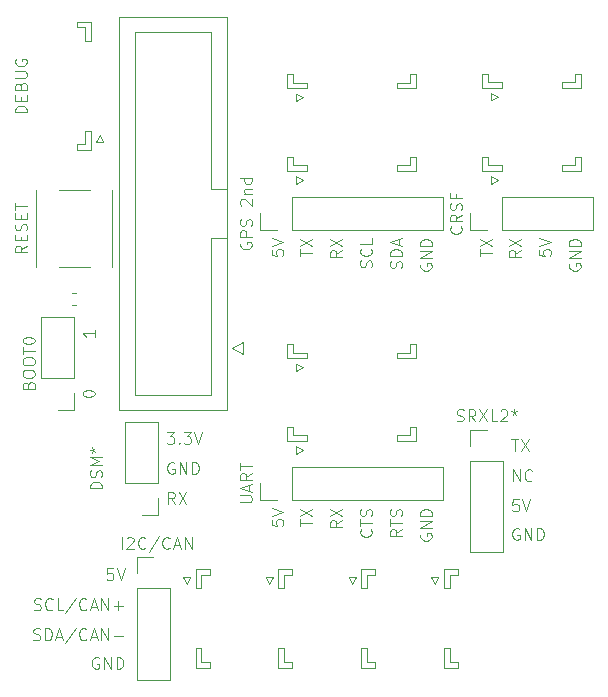
<source format=gbr>
%TF.GenerationSoftware,KiCad,Pcbnew,9.0.1*%
%TF.CreationDate,2025-06-01T13:31:13+09:00*%
%TF.ProjectId,DevTool,44657654-6f6f-46c2-9e6b-696361645f70,rev?*%
%TF.SameCoordinates,Original*%
%TF.FileFunction,Legend,Top*%
%TF.FilePolarity,Positive*%
%FSLAX46Y46*%
G04 Gerber Fmt 4.6, Leading zero omitted, Abs format (unit mm)*
G04 Created by KiCad (PCBNEW 9.0.1) date 2025-06-01 13:31:13*
%MOMM*%
%LPD*%
G01*
G04 APERTURE LIST*
%ADD10C,0.125000*%
%ADD11C,0.120000*%
G04 APERTURE END LIST*
D10*
X108406119Y-65103094D02*
X107406119Y-65103094D01*
X107406119Y-65103094D02*
X107406119Y-64864999D01*
X107406119Y-64864999D02*
X107453738Y-64722142D01*
X107453738Y-64722142D02*
X107548976Y-64626904D01*
X107548976Y-64626904D02*
X107644214Y-64579285D01*
X107644214Y-64579285D02*
X107834690Y-64531666D01*
X107834690Y-64531666D02*
X107977547Y-64531666D01*
X107977547Y-64531666D02*
X108168023Y-64579285D01*
X108168023Y-64579285D02*
X108263261Y-64626904D01*
X108263261Y-64626904D02*
X108358500Y-64722142D01*
X108358500Y-64722142D02*
X108406119Y-64864999D01*
X108406119Y-64864999D02*
X108406119Y-65103094D01*
X107882309Y-64103094D02*
X107882309Y-63769761D01*
X108406119Y-63626904D02*
X108406119Y-64103094D01*
X108406119Y-64103094D02*
X107406119Y-64103094D01*
X107406119Y-64103094D02*
X107406119Y-63626904D01*
X107882309Y-62864999D02*
X107929928Y-62722142D01*
X107929928Y-62722142D02*
X107977547Y-62674523D01*
X107977547Y-62674523D02*
X108072785Y-62626904D01*
X108072785Y-62626904D02*
X108215642Y-62626904D01*
X108215642Y-62626904D02*
X108310880Y-62674523D01*
X108310880Y-62674523D02*
X108358500Y-62722142D01*
X108358500Y-62722142D02*
X108406119Y-62817380D01*
X108406119Y-62817380D02*
X108406119Y-63198332D01*
X108406119Y-63198332D02*
X107406119Y-63198332D01*
X107406119Y-63198332D02*
X107406119Y-62864999D01*
X107406119Y-62864999D02*
X107453738Y-62769761D01*
X107453738Y-62769761D02*
X107501357Y-62722142D01*
X107501357Y-62722142D02*
X107596595Y-62674523D01*
X107596595Y-62674523D02*
X107691833Y-62674523D01*
X107691833Y-62674523D02*
X107787071Y-62722142D01*
X107787071Y-62722142D02*
X107834690Y-62769761D01*
X107834690Y-62769761D02*
X107882309Y-62864999D01*
X107882309Y-62864999D02*
X107882309Y-63198332D01*
X107406119Y-62198332D02*
X108215642Y-62198332D01*
X108215642Y-62198332D02*
X108310880Y-62150713D01*
X108310880Y-62150713D02*
X108358500Y-62103094D01*
X108358500Y-62103094D02*
X108406119Y-62007856D01*
X108406119Y-62007856D02*
X108406119Y-61817380D01*
X108406119Y-61817380D02*
X108358500Y-61722142D01*
X108358500Y-61722142D02*
X108310880Y-61674523D01*
X108310880Y-61674523D02*
X108215642Y-61626904D01*
X108215642Y-61626904D02*
X107406119Y-61626904D01*
X107453738Y-60626904D02*
X107406119Y-60722142D01*
X107406119Y-60722142D02*
X107406119Y-60864999D01*
X107406119Y-60864999D02*
X107453738Y-61007856D01*
X107453738Y-61007856D02*
X107548976Y-61103094D01*
X107548976Y-61103094D02*
X107644214Y-61150713D01*
X107644214Y-61150713D02*
X107834690Y-61198332D01*
X107834690Y-61198332D02*
X107977547Y-61198332D01*
X107977547Y-61198332D02*
X108168023Y-61150713D01*
X108168023Y-61150713D02*
X108263261Y-61103094D01*
X108263261Y-61103094D02*
X108358500Y-61007856D01*
X108358500Y-61007856D02*
X108406119Y-60864999D01*
X108406119Y-60864999D02*
X108406119Y-60769761D01*
X108406119Y-60769761D02*
X108358500Y-60626904D01*
X108358500Y-60626904D02*
X108310880Y-60579285D01*
X108310880Y-60579285D02*
X107977547Y-60579285D01*
X107977547Y-60579285D02*
X107977547Y-60769761D01*
X114472049Y-111263738D02*
X114376811Y-111216119D01*
X114376811Y-111216119D02*
X114233954Y-111216119D01*
X114233954Y-111216119D02*
X114091097Y-111263738D01*
X114091097Y-111263738D02*
X113995859Y-111358976D01*
X113995859Y-111358976D02*
X113948240Y-111454214D01*
X113948240Y-111454214D02*
X113900621Y-111644690D01*
X113900621Y-111644690D02*
X113900621Y-111787547D01*
X113900621Y-111787547D02*
X113948240Y-111978023D01*
X113948240Y-111978023D02*
X113995859Y-112073261D01*
X113995859Y-112073261D02*
X114091097Y-112168500D01*
X114091097Y-112168500D02*
X114233954Y-112216119D01*
X114233954Y-112216119D02*
X114329192Y-112216119D01*
X114329192Y-112216119D02*
X114472049Y-112168500D01*
X114472049Y-112168500D02*
X114519668Y-112120880D01*
X114519668Y-112120880D02*
X114519668Y-111787547D01*
X114519668Y-111787547D02*
X114329192Y-111787547D01*
X114948240Y-112216119D02*
X114948240Y-111216119D01*
X114948240Y-111216119D02*
X115519668Y-112216119D01*
X115519668Y-112216119D02*
X115519668Y-111216119D01*
X115995859Y-112216119D02*
X115995859Y-111216119D01*
X115995859Y-111216119D02*
X116233954Y-111216119D01*
X116233954Y-111216119D02*
X116376811Y-111263738D01*
X116376811Y-111263738D02*
X116472049Y-111358976D01*
X116472049Y-111358976D02*
X116519668Y-111454214D01*
X116519668Y-111454214D02*
X116567287Y-111644690D01*
X116567287Y-111644690D02*
X116567287Y-111787547D01*
X116567287Y-111787547D02*
X116519668Y-111978023D01*
X116519668Y-111978023D02*
X116472049Y-112073261D01*
X116472049Y-112073261D02*
X116376811Y-112168500D01*
X116376811Y-112168500D02*
X116233954Y-112216119D01*
X116233954Y-112216119D02*
X115995859Y-112216119D01*
X154333738Y-77932950D02*
X154286119Y-78028188D01*
X154286119Y-78028188D02*
X154286119Y-78171045D01*
X154286119Y-78171045D02*
X154333738Y-78313902D01*
X154333738Y-78313902D02*
X154428976Y-78409140D01*
X154428976Y-78409140D02*
X154524214Y-78456759D01*
X154524214Y-78456759D02*
X154714690Y-78504378D01*
X154714690Y-78504378D02*
X154857547Y-78504378D01*
X154857547Y-78504378D02*
X155048023Y-78456759D01*
X155048023Y-78456759D02*
X155143261Y-78409140D01*
X155143261Y-78409140D02*
X155238500Y-78313902D01*
X155238500Y-78313902D02*
X155286119Y-78171045D01*
X155286119Y-78171045D02*
X155286119Y-78075807D01*
X155286119Y-78075807D02*
X155238500Y-77932950D01*
X155238500Y-77932950D02*
X155190880Y-77885331D01*
X155190880Y-77885331D02*
X154857547Y-77885331D01*
X154857547Y-77885331D02*
X154857547Y-78075807D01*
X155286119Y-77456759D02*
X154286119Y-77456759D01*
X154286119Y-77456759D02*
X155286119Y-76885331D01*
X155286119Y-76885331D02*
X154286119Y-76885331D01*
X155286119Y-76409140D02*
X154286119Y-76409140D01*
X154286119Y-76409140D02*
X154286119Y-76171045D01*
X154286119Y-76171045D02*
X154333738Y-76028188D01*
X154333738Y-76028188D02*
X154428976Y-75932950D01*
X154428976Y-75932950D02*
X154524214Y-75885331D01*
X154524214Y-75885331D02*
X154714690Y-75837712D01*
X154714690Y-75837712D02*
X154857547Y-75837712D01*
X154857547Y-75837712D02*
X155048023Y-75885331D01*
X155048023Y-75885331D02*
X155143261Y-75932950D01*
X155143261Y-75932950D02*
X155238500Y-76028188D01*
X155238500Y-76028188D02*
X155286119Y-76171045D01*
X155286119Y-76171045D02*
X155286119Y-76409140D01*
X140156119Y-100411998D02*
X139679928Y-100745331D01*
X140156119Y-100983426D02*
X139156119Y-100983426D01*
X139156119Y-100983426D02*
X139156119Y-100602474D01*
X139156119Y-100602474D02*
X139203738Y-100507236D01*
X139203738Y-100507236D02*
X139251357Y-100459617D01*
X139251357Y-100459617D02*
X139346595Y-100411998D01*
X139346595Y-100411998D02*
X139489452Y-100411998D01*
X139489452Y-100411998D02*
X139584690Y-100459617D01*
X139584690Y-100459617D02*
X139632309Y-100507236D01*
X139632309Y-100507236D02*
X139679928Y-100602474D01*
X139679928Y-100602474D02*
X139679928Y-100983426D01*
X139156119Y-100126283D02*
X139156119Y-99554855D01*
X140156119Y-99840569D02*
X139156119Y-99840569D01*
X140108500Y-99269140D02*
X140156119Y-99126283D01*
X140156119Y-99126283D02*
X140156119Y-98888188D01*
X140156119Y-98888188D02*
X140108500Y-98792950D01*
X140108500Y-98792950D02*
X140060880Y-98745331D01*
X140060880Y-98745331D02*
X139965642Y-98697712D01*
X139965642Y-98697712D02*
X139870404Y-98697712D01*
X139870404Y-98697712D02*
X139775166Y-98745331D01*
X139775166Y-98745331D02*
X139727547Y-98792950D01*
X139727547Y-98792950D02*
X139679928Y-98888188D01*
X139679928Y-98888188D02*
X139632309Y-99078664D01*
X139632309Y-99078664D02*
X139584690Y-99173902D01*
X139584690Y-99173902D02*
X139537071Y-99221521D01*
X139537071Y-99221521D02*
X139441833Y-99269140D01*
X139441833Y-99269140D02*
X139346595Y-99269140D01*
X139346595Y-99269140D02*
X139251357Y-99221521D01*
X139251357Y-99221521D02*
X139203738Y-99173902D01*
X139203738Y-99173902D02*
X139156119Y-99078664D01*
X139156119Y-99078664D02*
X139156119Y-98840569D01*
X139156119Y-98840569D02*
X139203738Y-98697712D01*
X129106119Y-76742474D02*
X129106119Y-77218664D01*
X129106119Y-77218664D02*
X129582309Y-77266283D01*
X129582309Y-77266283D02*
X129534690Y-77218664D01*
X129534690Y-77218664D02*
X129487071Y-77123426D01*
X129487071Y-77123426D02*
X129487071Y-76885331D01*
X129487071Y-76885331D02*
X129534690Y-76790093D01*
X129534690Y-76790093D02*
X129582309Y-76742474D01*
X129582309Y-76742474D02*
X129677547Y-76694855D01*
X129677547Y-76694855D02*
X129915642Y-76694855D01*
X129915642Y-76694855D02*
X130010880Y-76742474D01*
X130010880Y-76742474D02*
X130058500Y-76790093D01*
X130058500Y-76790093D02*
X130106119Y-76885331D01*
X130106119Y-76885331D02*
X130106119Y-77123426D01*
X130106119Y-77123426D02*
X130058500Y-77218664D01*
X130058500Y-77218664D02*
X130010880Y-77266283D01*
X129106119Y-76409140D02*
X130106119Y-76075807D01*
X130106119Y-76075807D02*
X129106119Y-75742474D01*
X131536119Y-100126283D02*
X131536119Y-99554855D01*
X132536119Y-99840569D02*
X131536119Y-99840569D01*
X131536119Y-99316759D02*
X132536119Y-98650093D01*
X131536119Y-98650093D02*
X132536119Y-99316759D01*
X108406119Y-76382381D02*
X107929928Y-76715714D01*
X108406119Y-76953809D02*
X107406119Y-76953809D01*
X107406119Y-76953809D02*
X107406119Y-76572857D01*
X107406119Y-76572857D02*
X107453738Y-76477619D01*
X107453738Y-76477619D02*
X107501357Y-76430000D01*
X107501357Y-76430000D02*
X107596595Y-76382381D01*
X107596595Y-76382381D02*
X107739452Y-76382381D01*
X107739452Y-76382381D02*
X107834690Y-76430000D01*
X107834690Y-76430000D02*
X107882309Y-76477619D01*
X107882309Y-76477619D02*
X107929928Y-76572857D01*
X107929928Y-76572857D02*
X107929928Y-76953809D01*
X107882309Y-75953809D02*
X107882309Y-75620476D01*
X108406119Y-75477619D02*
X108406119Y-75953809D01*
X108406119Y-75953809D02*
X107406119Y-75953809D01*
X107406119Y-75953809D02*
X107406119Y-75477619D01*
X108358500Y-75096666D02*
X108406119Y-74953809D01*
X108406119Y-74953809D02*
X108406119Y-74715714D01*
X108406119Y-74715714D02*
X108358500Y-74620476D01*
X108358500Y-74620476D02*
X108310880Y-74572857D01*
X108310880Y-74572857D02*
X108215642Y-74525238D01*
X108215642Y-74525238D02*
X108120404Y-74525238D01*
X108120404Y-74525238D02*
X108025166Y-74572857D01*
X108025166Y-74572857D02*
X107977547Y-74620476D01*
X107977547Y-74620476D02*
X107929928Y-74715714D01*
X107929928Y-74715714D02*
X107882309Y-74906190D01*
X107882309Y-74906190D02*
X107834690Y-75001428D01*
X107834690Y-75001428D02*
X107787071Y-75049047D01*
X107787071Y-75049047D02*
X107691833Y-75096666D01*
X107691833Y-75096666D02*
X107596595Y-75096666D01*
X107596595Y-75096666D02*
X107501357Y-75049047D01*
X107501357Y-75049047D02*
X107453738Y-75001428D01*
X107453738Y-75001428D02*
X107406119Y-74906190D01*
X107406119Y-74906190D02*
X107406119Y-74668095D01*
X107406119Y-74668095D02*
X107453738Y-74525238D01*
X107882309Y-74096666D02*
X107882309Y-73763333D01*
X108406119Y-73620476D02*
X108406119Y-74096666D01*
X108406119Y-74096666D02*
X107406119Y-74096666D01*
X107406119Y-74096666D02*
X107406119Y-73620476D01*
X107406119Y-73334761D02*
X107406119Y-72763333D01*
X108406119Y-73049047D02*
X107406119Y-73049047D01*
X120906759Y-98246119D02*
X120573426Y-97769928D01*
X120335331Y-98246119D02*
X120335331Y-97246119D01*
X120335331Y-97246119D02*
X120716283Y-97246119D01*
X120716283Y-97246119D02*
X120811521Y-97293738D01*
X120811521Y-97293738D02*
X120859140Y-97341357D01*
X120859140Y-97341357D02*
X120906759Y-97436595D01*
X120906759Y-97436595D02*
X120906759Y-97579452D01*
X120906759Y-97579452D02*
X120859140Y-97674690D01*
X120859140Y-97674690D02*
X120811521Y-97722309D01*
X120811521Y-97722309D02*
X120716283Y-97769928D01*
X120716283Y-97769928D02*
X120335331Y-97769928D01*
X121240093Y-97246119D02*
X121906759Y-98246119D01*
X121906759Y-97246119D02*
X121240093Y-98246119D01*
X150206119Y-76790093D02*
X149729928Y-77123426D01*
X150206119Y-77361521D02*
X149206119Y-77361521D01*
X149206119Y-77361521D02*
X149206119Y-76980569D01*
X149206119Y-76980569D02*
X149253738Y-76885331D01*
X149253738Y-76885331D02*
X149301357Y-76837712D01*
X149301357Y-76837712D02*
X149396595Y-76790093D01*
X149396595Y-76790093D02*
X149539452Y-76790093D01*
X149539452Y-76790093D02*
X149634690Y-76837712D01*
X149634690Y-76837712D02*
X149682309Y-76885331D01*
X149682309Y-76885331D02*
X149729928Y-76980569D01*
X149729928Y-76980569D02*
X149729928Y-77361521D01*
X149206119Y-76456759D02*
X150206119Y-75790093D01*
X149206119Y-75790093D02*
X150206119Y-76456759D01*
X115662525Y-103706119D02*
X115186335Y-103706119D01*
X115186335Y-103706119D02*
X115138716Y-104182309D01*
X115138716Y-104182309D02*
X115186335Y-104134690D01*
X115186335Y-104134690D02*
X115281573Y-104087071D01*
X115281573Y-104087071D02*
X115519668Y-104087071D01*
X115519668Y-104087071D02*
X115614906Y-104134690D01*
X115614906Y-104134690D02*
X115662525Y-104182309D01*
X115662525Y-104182309D02*
X115710144Y-104277547D01*
X115710144Y-104277547D02*
X115710144Y-104515642D01*
X115710144Y-104515642D02*
X115662525Y-104610880D01*
X115662525Y-104610880D02*
X115614906Y-104658500D01*
X115614906Y-104658500D02*
X115519668Y-104706119D01*
X115519668Y-104706119D02*
X115281573Y-104706119D01*
X115281573Y-104706119D02*
X115186335Y-104658500D01*
X115186335Y-104658500D02*
X115138716Y-104610880D01*
X115995859Y-103706119D02*
X116329192Y-104706119D01*
X116329192Y-104706119D02*
X116662525Y-103706119D01*
X113121119Y-88947618D02*
X113121119Y-88852380D01*
X113121119Y-88852380D02*
X113168738Y-88757142D01*
X113168738Y-88757142D02*
X113216357Y-88709523D01*
X113216357Y-88709523D02*
X113311595Y-88661904D01*
X113311595Y-88661904D02*
X113502071Y-88614285D01*
X113502071Y-88614285D02*
X113740166Y-88614285D01*
X113740166Y-88614285D02*
X113930642Y-88661904D01*
X113930642Y-88661904D02*
X114025880Y-88709523D01*
X114025880Y-88709523D02*
X114073500Y-88757142D01*
X114073500Y-88757142D02*
X114121119Y-88852380D01*
X114121119Y-88852380D02*
X114121119Y-88947618D01*
X114121119Y-88947618D02*
X114073500Y-89042856D01*
X114073500Y-89042856D02*
X114025880Y-89090475D01*
X114025880Y-89090475D02*
X113930642Y-89138094D01*
X113930642Y-89138094D02*
X113740166Y-89185713D01*
X113740166Y-89185713D02*
X113502071Y-89185713D01*
X113502071Y-89185713D02*
X113311595Y-89138094D01*
X113311595Y-89138094D02*
X113216357Y-89090475D01*
X113216357Y-89090475D02*
X113168738Y-89042856D01*
X113168738Y-89042856D02*
X113121119Y-88947618D01*
X135076119Y-99650093D02*
X134599928Y-99983426D01*
X135076119Y-100221521D02*
X134076119Y-100221521D01*
X134076119Y-100221521D02*
X134076119Y-99840569D01*
X134076119Y-99840569D02*
X134123738Y-99745331D01*
X134123738Y-99745331D02*
X134171357Y-99697712D01*
X134171357Y-99697712D02*
X134266595Y-99650093D01*
X134266595Y-99650093D02*
X134409452Y-99650093D01*
X134409452Y-99650093D02*
X134504690Y-99697712D01*
X134504690Y-99697712D02*
X134552309Y-99745331D01*
X134552309Y-99745331D02*
X134599928Y-99840569D01*
X134599928Y-99840569D02*
X134599928Y-100221521D01*
X134076119Y-99316759D02*
X135076119Y-98650093D01*
X134076119Y-98650093D02*
X135076119Y-99316759D01*
X149402474Y-92801119D02*
X149973902Y-92801119D01*
X149688188Y-93801119D02*
X149688188Y-92801119D01*
X150211998Y-92801119D02*
X150878664Y-93801119D01*
X150878664Y-92801119D02*
X150211998Y-93801119D01*
X137520880Y-100411998D02*
X137568500Y-100459617D01*
X137568500Y-100459617D02*
X137616119Y-100602474D01*
X137616119Y-100602474D02*
X137616119Y-100697712D01*
X137616119Y-100697712D02*
X137568500Y-100840569D01*
X137568500Y-100840569D02*
X137473261Y-100935807D01*
X137473261Y-100935807D02*
X137378023Y-100983426D01*
X137378023Y-100983426D02*
X137187547Y-101031045D01*
X137187547Y-101031045D02*
X137044690Y-101031045D01*
X137044690Y-101031045D02*
X136854214Y-100983426D01*
X136854214Y-100983426D02*
X136758976Y-100935807D01*
X136758976Y-100935807D02*
X136663738Y-100840569D01*
X136663738Y-100840569D02*
X136616119Y-100697712D01*
X136616119Y-100697712D02*
X136616119Y-100602474D01*
X136616119Y-100602474D02*
X136663738Y-100459617D01*
X136663738Y-100459617D02*
X136711357Y-100411998D01*
X136616119Y-100126283D02*
X136616119Y-99554855D01*
X137616119Y-99840569D02*
X136616119Y-99840569D01*
X137568500Y-99269140D02*
X137616119Y-99126283D01*
X137616119Y-99126283D02*
X137616119Y-98888188D01*
X137616119Y-98888188D02*
X137568500Y-98792950D01*
X137568500Y-98792950D02*
X137520880Y-98745331D01*
X137520880Y-98745331D02*
X137425642Y-98697712D01*
X137425642Y-98697712D02*
X137330404Y-98697712D01*
X137330404Y-98697712D02*
X137235166Y-98745331D01*
X137235166Y-98745331D02*
X137187547Y-98792950D01*
X137187547Y-98792950D02*
X137139928Y-98888188D01*
X137139928Y-98888188D02*
X137092309Y-99078664D01*
X137092309Y-99078664D02*
X137044690Y-99173902D01*
X137044690Y-99173902D02*
X136997071Y-99221521D01*
X136997071Y-99221521D02*
X136901833Y-99269140D01*
X136901833Y-99269140D02*
X136806595Y-99269140D01*
X136806595Y-99269140D02*
X136711357Y-99221521D01*
X136711357Y-99221521D02*
X136663738Y-99173902D01*
X136663738Y-99173902D02*
X136616119Y-99078664D01*
X136616119Y-99078664D02*
X136616119Y-98840569D01*
X136616119Y-98840569D02*
X136663738Y-98697712D01*
X129106119Y-99602474D02*
X129106119Y-100078664D01*
X129106119Y-100078664D02*
X129582309Y-100126283D01*
X129582309Y-100126283D02*
X129534690Y-100078664D01*
X129534690Y-100078664D02*
X129487071Y-99983426D01*
X129487071Y-99983426D02*
X129487071Y-99745331D01*
X129487071Y-99745331D02*
X129534690Y-99650093D01*
X129534690Y-99650093D02*
X129582309Y-99602474D01*
X129582309Y-99602474D02*
X129677547Y-99554855D01*
X129677547Y-99554855D02*
X129915642Y-99554855D01*
X129915642Y-99554855D02*
X130010880Y-99602474D01*
X130010880Y-99602474D02*
X130058500Y-99650093D01*
X130058500Y-99650093D02*
X130106119Y-99745331D01*
X130106119Y-99745331D02*
X130106119Y-99983426D01*
X130106119Y-99983426D02*
X130058500Y-100078664D01*
X130058500Y-100078664D02*
X130010880Y-100126283D01*
X129106119Y-99269140D02*
X130106119Y-98935807D01*
X130106119Y-98935807D02*
X129106119Y-98602474D01*
X116427619Y-102056119D02*
X116427619Y-101056119D01*
X116856190Y-101151357D02*
X116903809Y-101103738D01*
X116903809Y-101103738D02*
X116999047Y-101056119D01*
X116999047Y-101056119D02*
X117237142Y-101056119D01*
X117237142Y-101056119D02*
X117332380Y-101103738D01*
X117332380Y-101103738D02*
X117379999Y-101151357D01*
X117379999Y-101151357D02*
X117427618Y-101246595D01*
X117427618Y-101246595D02*
X117427618Y-101341833D01*
X117427618Y-101341833D02*
X117379999Y-101484690D01*
X117379999Y-101484690D02*
X116808571Y-102056119D01*
X116808571Y-102056119D02*
X117427618Y-102056119D01*
X118427618Y-101960880D02*
X118379999Y-102008500D01*
X118379999Y-102008500D02*
X118237142Y-102056119D01*
X118237142Y-102056119D02*
X118141904Y-102056119D01*
X118141904Y-102056119D02*
X117999047Y-102008500D01*
X117999047Y-102008500D02*
X117903809Y-101913261D01*
X117903809Y-101913261D02*
X117856190Y-101818023D01*
X117856190Y-101818023D02*
X117808571Y-101627547D01*
X117808571Y-101627547D02*
X117808571Y-101484690D01*
X117808571Y-101484690D02*
X117856190Y-101294214D01*
X117856190Y-101294214D02*
X117903809Y-101198976D01*
X117903809Y-101198976D02*
X117999047Y-101103738D01*
X117999047Y-101103738D02*
X118141904Y-101056119D01*
X118141904Y-101056119D02*
X118237142Y-101056119D01*
X118237142Y-101056119D02*
X118379999Y-101103738D01*
X118379999Y-101103738D02*
X118427618Y-101151357D01*
X119570475Y-101008500D02*
X118713333Y-102294214D01*
X120475237Y-101960880D02*
X120427618Y-102008500D01*
X120427618Y-102008500D02*
X120284761Y-102056119D01*
X120284761Y-102056119D02*
X120189523Y-102056119D01*
X120189523Y-102056119D02*
X120046666Y-102008500D01*
X120046666Y-102008500D02*
X119951428Y-101913261D01*
X119951428Y-101913261D02*
X119903809Y-101818023D01*
X119903809Y-101818023D02*
X119856190Y-101627547D01*
X119856190Y-101627547D02*
X119856190Y-101484690D01*
X119856190Y-101484690D02*
X119903809Y-101294214D01*
X119903809Y-101294214D02*
X119951428Y-101198976D01*
X119951428Y-101198976D02*
X120046666Y-101103738D01*
X120046666Y-101103738D02*
X120189523Y-101056119D01*
X120189523Y-101056119D02*
X120284761Y-101056119D01*
X120284761Y-101056119D02*
X120427618Y-101103738D01*
X120427618Y-101103738D02*
X120475237Y-101151357D01*
X120856190Y-101770404D02*
X121332380Y-101770404D01*
X120760952Y-102056119D02*
X121094285Y-101056119D01*
X121094285Y-101056119D02*
X121427618Y-102056119D01*
X121760952Y-102056119D02*
X121760952Y-101056119D01*
X121760952Y-101056119D02*
X122332380Y-102056119D01*
X122332380Y-102056119D02*
X122332380Y-101056119D01*
X108948240Y-109738500D02*
X109091097Y-109786119D01*
X109091097Y-109786119D02*
X109329192Y-109786119D01*
X109329192Y-109786119D02*
X109424430Y-109738500D01*
X109424430Y-109738500D02*
X109472049Y-109690880D01*
X109472049Y-109690880D02*
X109519668Y-109595642D01*
X109519668Y-109595642D02*
X109519668Y-109500404D01*
X109519668Y-109500404D02*
X109472049Y-109405166D01*
X109472049Y-109405166D02*
X109424430Y-109357547D01*
X109424430Y-109357547D02*
X109329192Y-109309928D01*
X109329192Y-109309928D02*
X109138716Y-109262309D01*
X109138716Y-109262309D02*
X109043478Y-109214690D01*
X109043478Y-109214690D02*
X108995859Y-109167071D01*
X108995859Y-109167071D02*
X108948240Y-109071833D01*
X108948240Y-109071833D02*
X108948240Y-108976595D01*
X108948240Y-108976595D02*
X108995859Y-108881357D01*
X108995859Y-108881357D02*
X109043478Y-108833738D01*
X109043478Y-108833738D02*
X109138716Y-108786119D01*
X109138716Y-108786119D02*
X109376811Y-108786119D01*
X109376811Y-108786119D02*
X109519668Y-108833738D01*
X109948240Y-109786119D02*
X109948240Y-108786119D01*
X109948240Y-108786119D02*
X110186335Y-108786119D01*
X110186335Y-108786119D02*
X110329192Y-108833738D01*
X110329192Y-108833738D02*
X110424430Y-108928976D01*
X110424430Y-108928976D02*
X110472049Y-109024214D01*
X110472049Y-109024214D02*
X110519668Y-109214690D01*
X110519668Y-109214690D02*
X110519668Y-109357547D01*
X110519668Y-109357547D02*
X110472049Y-109548023D01*
X110472049Y-109548023D02*
X110424430Y-109643261D01*
X110424430Y-109643261D02*
X110329192Y-109738500D01*
X110329192Y-109738500D02*
X110186335Y-109786119D01*
X110186335Y-109786119D02*
X109948240Y-109786119D01*
X110900621Y-109500404D02*
X111376811Y-109500404D01*
X110805383Y-109786119D02*
X111138716Y-108786119D01*
X111138716Y-108786119D02*
X111472049Y-109786119D01*
X112519668Y-108738500D02*
X111662526Y-110024214D01*
X113424430Y-109690880D02*
X113376811Y-109738500D01*
X113376811Y-109738500D02*
X113233954Y-109786119D01*
X113233954Y-109786119D02*
X113138716Y-109786119D01*
X113138716Y-109786119D02*
X112995859Y-109738500D01*
X112995859Y-109738500D02*
X112900621Y-109643261D01*
X112900621Y-109643261D02*
X112853002Y-109548023D01*
X112853002Y-109548023D02*
X112805383Y-109357547D01*
X112805383Y-109357547D02*
X112805383Y-109214690D01*
X112805383Y-109214690D02*
X112853002Y-109024214D01*
X112853002Y-109024214D02*
X112900621Y-108928976D01*
X112900621Y-108928976D02*
X112995859Y-108833738D01*
X112995859Y-108833738D02*
X113138716Y-108786119D01*
X113138716Y-108786119D02*
X113233954Y-108786119D01*
X113233954Y-108786119D02*
X113376811Y-108833738D01*
X113376811Y-108833738D02*
X113424430Y-108881357D01*
X113805383Y-109500404D02*
X114281573Y-109500404D01*
X113710145Y-109786119D02*
X114043478Y-108786119D01*
X114043478Y-108786119D02*
X114376811Y-109786119D01*
X114710145Y-109786119D02*
X114710145Y-108786119D01*
X114710145Y-108786119D02*
X115281573Y-109786119D01*
X115281573Y-109786119D02*
X115281573Y-108786119D01*
X115757764Y-109405166D02*
X116519669Y-109405166D01*
X145140880Y-74755238D02*
X145188500Y-74802857D01*
X145188500Y-74802857D02*
X145236119Y-74945714D01*
X145236119Y-74945714D02*
X145236119Y-75040952D01*
X145236119Y-75040952D02*
X145188500Y-75183809D01*
X145188500Y-75183809D02*
X145093261Y-75279047D01*
X145093261Y-75279047D02*
X144998023Y-75326666D01*
X144998023Y-75326666D02*
X144807547Y-75374285D01*
X144807547Y-75374285D02*
X144664690Y-75374285D01*
X144664690Y-75374285D02*
X144474214Y-75326666D01*
X144474214Y-75326666D02*
X144378976Y-75279047D01*
X144378976Y-75279047D02*
X144283738Y-75183809D01*
X144283738Y-75183809D02*
X144236119Y-75040952D01*
X144236119Y-75040952D02*
X144236119Y-74945714D01*
X144236119Y-74945714D02*
X144283738Y-74802857D01*
X144283738Y-74802857D02*
X144331357Y-74755238D01*
X145236119Y-73755238D02*
X144759928Y-74088571D01*
X145236119Y-74326666D02*
X144236119Y-74326666D01*
X144236119Y-74326666D02*
X144236119Y-73945714D01*
X144236119Y-73945714D02*
X144283738Y-73850476D01*
X144283738Y-73850476D02*
X144331357Y-73802857D01*
X144331357Y-73802857D02*
X144426595Y-73755238D01*
X144426595Y-73755238D02*
X144569452Y-73755238D01*
X144569452Y-73755238D02*
X144664690Y-73802857D01*
X144664690Y-73802857D02*
X144712309Y-73850476D01*
X144712309Y-73850476D02*
X144759928Y-73945714D01*
X144759928Y-73945714D02*
X144759928Y-74326666D01*
X145188500Y-73374285D02*
X145236119Y-73231428D01*
X145236119Y-73231428D02*
X145236119Y-72993333D01*
X145236119Y-72993333D02*
X145188500Y-72898095D01*
X145188500Y-72898095D02*
X145140880Y-72850476D01*
X145140880Y-72850476D02*
X145045642Y-72802857D01*
X145045642Y-72802857D02*
X144950404Y-72802857D01*
X144950404Y-72802857D02*
X144855166Y-72850476D01*
X144855166Y-72850476D02*
X144807547Y-72898095D01*
X144807547Y-72898095D02*
X144759928Y-72993333D01*
X144759928Y-72993333D02*
X144712309Y-73183809D01*
X144712309Y-73183809D02*
X144664690Y-73279047D01*
X144664690Y-73279047D02*
X144617071Y-73326666D01*
X144617071Y-73326666D02*
X144521833Y-73374285D01*
X144521833Y-73374285D02*
X144426595Y-73374285D01*
X144426595Y-73374285D02*
X144331357Y-73326666D01*
X144331357Y-73326666D02*
X144283738Y-73279047D01*
X144283738Y-73279047D02*
X144236119Y-73183809D01*
X144236119Y-73183809D02*
X144236119Y-72945714D01*
X144236119Y-72945714D02*
X144283738Y-72802857D01*
X144712309Y-72040952D02*
X144712309Y-72374285D01*
X145236119Y-72374285D02*
X144236119Y-72374285D01*
X144236119Y-72374285D02*
X144236119Y-71898095D01*
X144796190Y-91213500D02*
X144939047Y-91261119D01*
X144939047Y-91261119D02*
X145177142Y-91261119D01*
X145177142Y-91261119D02*
X145272380Y-91213500D01*
X145272380Y-91213500D02*
X145319999Y-91165880D01*
X145319999Y-91165880D02*
X145367618Y-91070642D01*
X145367618Y-91070642D02*
X145367618Y-90975404D01*
X145367618Y-90975404D02*
X145319999Y-90880166D01*
X145319999Y-90880166D02*
X145272380Y-90832547D01*
X145272380Y-90832547D02*
X145177142Y-90784928D01*
X145177142Y-90784928D02*
X144986666Y-90737309D01*
X144986666Y-90737309D02*
X144891428Y-90689690D01*
X144891428Y-90689690D02*
X144843809Y-90642071D01*
X144843809Y-90642071D02*
X144796190Y-90546833D01*
X144796190Y-90546833D02*
X144796190Y-90451595D01*
X144796190Y-90451595D02*
X144843809Y-90356357D01*
X144843809Y-90356357D02*
X144891428Y-90308738D01*
X144891428Y-90308738D02*
X144986666Y-90261119D01*
X144986666Y-90261119D02*
X145224761Y-90261119D01*
X145224761Y-90261119D02*
X145367618Y-90308738D01*
X146367618Y-91261119D02*
X146034285Y-90784928D01*
X145796190Y-91261119D02*
X145796190Y-90261119D01*
X145796190Y-90261119D02*
X146177142Y-90261119D01*
X146177142Y-90261119D02*
X146272380Y-90308738D01*
X146272380Y-90308738D02*
X146319999Y-90356357D01*
X146319999Y-90356357D02*
X146367618Y-90451595D01*
X146367618Y-90451595D02*
X146367618Y-90594452D01*
X146367618Y-90594452D02*
X146319999Y-90689690D01*
X146319999Y-90689690D02*
X146272380Y-90737309D01*
X146272380Y-90737309D02*
X146177142Y-90784928D01*
X146177142Y-90784928D02*
X145796190Y-90784928D01*
X146700952Y-90261119D02*
X147367618Y-91261119D01*
X147367618Y-90261119D02*
X146700952Y-91261119D01*
X148224761Y-91261119D02*
X147748571Y-91261119D01*
X147748571Y-91261119D02*
X147748571Y-90261119D01*
X148510476Y-90356357D02*
X148558095Y-90308738D01*
X148558095Y-90308738D02*
X148653333Y-90261119D01*
X148653333Y-90261119D02*
X148891428Y-90261119D01*
X148891428Y-90261119D02*
X148986666Y-90308738D01*
X148986666Y-90308738D02*
X149034285Y-90356357D01*
X149034285Y-90356357D02*
X149081904Y-90451595D01*
X149081904Y-90451595D02*
X149081904Y-90546833D01*
X149081904Y-90546833D02*
X149034285Y-90689690D01*
X149034285Y-90689690D02*
X148462857Y-91261119D01*
X148462857Y-91261119D02*
X149081904Y-91261119D01*
X149653333Y-90261119D02*
X149653333Y-90499214D01*
X149415238Y-90403976D02*
X149653333Y-90499214D01*
X149653333Y-90499214D02*
X149891428Y-90403976D01*
X149510476Y-90689690D02*
X149653333Y-90499214D01*
X149653333Y-90499214D02*
X149796190Y-90689690D01*
X149545331Y-96341119D02*
X149545331Y-95341119D01*
X149545331Y-95341119D02*
X150116759Y-96341119D01*
X150116759Y-96341119D02*
X150116759Y-95341119D01*
X151164378Y-96245880D02*
X151116759Y-96293500D01*
X151116759Y-96293500D02*
X150973902Y-96341119D01*
X150973902Y-96341119D02*
X150878664Y-96341119D01*
X150878664Y-96341119D02*
X150735807Y-96293500D01*
X150735807Y-96293500D02*
X150640569Y-96198261D01*
X150640569Y-96198261D02*
X150592950Y-96103023D01*
X150592950Y-96103023D02*
X150545331Y-95912547D01*
X150545331Y-95912547D02*
X150545331Y-95769690D01*
X150545331Y-95769690D02*
X150592950Y-95579214D01*
X150592950Y-95579214D02*
X150640569Y-95483976D01*
X150640569Y-95483976D02*
X150735807Y-95388738D01*
X150735807Y-95388738D02*
X150878664Y-95341119D01*
X150878664Y-95341119D02*
X150973902Y-95341119D01*
X150973902Y-95341119D02*
X151116759Y-95388738D01*
X151116759Y-95388738D02*
X151164378Y-95436357D01*
X151746119Y-76742474D02*
X151746119Y-77218664D01*
X151746119Y-77218664D02*
X152222309Y-77266283D01*
X152222309Y-77266283D02*
X152174690Y-77218664D01*
X152174690Y-77218664D02*
X152127071Y-77123426D01*
X152127071Y-77123426D02*
X152127071Y-76885331D01*
X152127071Y-76885331D02*
X152174690Y-76790093D01*
X152174690Y-76790093D02*
X152222309Y-76742474D01*
X152222309Y-76742474D02*
X152317547Y-76694855D01*
X152317547Y-76694855D02*
X152555642Y-76694855D01*
X152555642Y-76694855D02*
X152650880Y-76742474D01*
X152650880Y-76742474D02*
X152698500Y-76790093D01*
X152698500Y-76790093D02*
X152746119Y-76885331D01*
X152746119Y-76885331D02*
X152746119Y-77123426D01*
X152746119Y-77123426D02*
X152698500Y-77218664D01*
X152698500Y-77218664D02*
X152650880Y-77266283D01*
X151746119Y-76409140D02*
X152746119Y-76075807D01*
X152746119Y-76075807D02*
X151746119Y-75742474D01*
X108517309Y-88193333D02*
X108564928Y-88050476D01*
X108564928Y-88050476D02*
X108612547Y-88002857D01*
X108612547Y-88002857D02*
X108707785Y-87955238D01*
X108707785Y-87955238D02*
X108850642Y-87955238D01*
X108850642Y-87955238D02*
X108945880Y-88002857D01*
X108945880Y-88002857D02*
X108993500Y-88050476D01*
X108993500Y-88050476D02*
X109041119Y-88145714D01*
X109041119Y-88145714D02*
X109041119Y-88526666D01*
X109041119Y-88526666D02*
X108041119Y-88526666D01*
X108041119Y-88526666D02*
X108041119Y-88193333D01*
X108041119Y-88193333D02*
X108088738Y-88098095D01*
X108088738Y-88098095D02*
X108136357Y-88050476D01*
X108136357Y-88050476D02*
X108231595Y-88002857D01*
X108231595Y-88002857D02*
X108326833Y-88002857D01*
X108326833Y-88002857D02*
X108422071Y-88050476D01*
X108422071Y-88050476D02*
X108469690Y-88098095D01*
X108469690Y-88098095D02*
X108517309Y-88193333D01*
X108517309Y-88193333D02*
X108517309Y-88526666D01*
X108041119Y-87336190D02*
X108041119Y-87145714D01*
X108041119Y-87145714D02*
X108088738Y-87050476D01*
X108088738Y-87050476D02*
X108183976Y-86955238D01*
X108183976Y-86955238D02*
X108374452Y-86907619D01*
X108374452Y-86907619D02*
X108707785Y-86907619D01*
X108707785Y-86907619D02*
X108898261Y-86955238D01*
X108898261Y-86955238D02*
X108993500Y-87050476D01*
X108993500Y-87050476D02*
X109041119Y-87145714D01*
X109041119Y-87145714D02*
X109041119Y-87336190D01*
X109041119Y-87336190D02*
X108993500Y-87431428D01*
X108993500Y-87431428D02*
X108898261Y-87526666D01*
X108898261Y-87526666D02*
X108707785Y-87574285D01*
X108707785Y-87574285D02*
X108374452Y-87574285D01*
X108374452Y-87574285D02*
X108183976Y-87526666D01*
X108183976Y-87526666D02*
X108088738Y-87431428D01*
X108088738Y-87431428D02*
X108041119Y-87336190D01*
X108041119Y-86288571D02*
X108041119Y-86098095D01*
X108041119Y-86098095D02*
X108088738Y-86002857D01*
X108088738Y-86002857D02*
X108183976Y-85907619D01*
X108183976Y-85907619D02*
X108374452Y-85860000D01*
X108374452Y-85860000D02*
X108707785Y-85860000D01*
X108707785Y-85860000D02*
X108898261Y-85907619D01*
X108898261Y-85907619D02*
X108993500Y-86002857D01*
X108993500Y-86002857D02*
X109041119Y-86098095D01*
X109041119Y-86098095D02*
X109041119Y-86288571D01*
X109041119Y-86288571D02*
X108993500Y-86383809D01*
X108993500Y-86383809D02*
X108898261Y-86479047D01*
X108898261Y-86479047D02*
X108707785Y-86526666D01*
X108707785Y-86526666D02*
X108374452Y-86526666D01*
X108374452Y-86526666D02*
X108183976Y-86479047D01*
X108183976Y-86479047D02*
X108088738Y-86383809D01*
X108088738Y-86383809D02*
X108041119Y-86288571D01*
X108041119Y-85574285D02*
X108041119Y-85002857D01*
X109041119Y-85288571D02*
X108041119Y-85288571D01*
X108041119Y-84479047D02*
X108041119Y-84383809D01*
X108041119Y-84383809D02*
X108088738Y-84288571D01*
X108088738Y-84288571D02*
X108136357Y-84240952D01*
X108136357Y-84240952D02*
X108231595Y-84193333D01*
X108231595Y-84193333D02*
X108422071Y-84145714D01*
X108422071Y-84145714D02*
X108660166Y-84145714D01*
X108660166Y-84145714D02*
X108850642Y-84193333D01*
X108850642Y-84193333D02*
X108945880Y-84240952D01*
X108945880Y-84240952D02*
X108993500Y-84288571D01*
X108993500Y-84288571D02*
X109041119Y-84383809D01*
X109041119Y-84383809D02*
X109041119Y-84479047D01*
X109041119Y-84479047D02*
X108993500Y-84574285D01*
X108993500Y-84574285D02*
X108945880Y-84621904D01*
X108945880Y-84621904D02*
X108850642Y-84669523D01*
X108850642Y-84669523D02*
X108660166Y-84717142D01*
X108660166Y-84717142D02*
X108422071Y-84717142D01*
X108422071Y-84717142D02*
X108231595Y-84669523D01*
X108231595Y-84669523D02*
X108136357Y-84621904D01*
X108136357Y-84621904D02*
X108088738Y-84574285D01*
X108088738Y-84574285D02*
X108041119Y-84479047D01*
X141743738Y-100792950D02*
X141696119Y-100888188D01*
X141696119Y-100888188D02*
X141696119Y-101031045D01*
X141696119Y-101031045D02*
X141743738Y-101173902D01*
X141743738Y-101173902D02*
X141838976Y-101269140D01*
X141838976Y-101269140D02*
X141934214Y-101316759D01*
X141934214Y-101316759D02*
X142124690Y-101364378D01*
X142124690Y-101364378D02*
X142267547Y-101364378D01*
X142267547Y-101364378D02*
X142458023Y-101316759D01*
X142458023Y-101316759D02*
X142553261Y-101269140D01*
X142553261Y-101269140D02*
X142648500Y-101173902D01*
X142648500Y-101173902D02*
X142696119Y-101031045D01*
X142696119Y-101031045D02*
X142696119Y-100935807D01*
X142696119Y-100935807D02*
X142648500Y-100792950D01*
X142648500Y-100792950D02*
X142600880Y-100745331D01*
X142600880Y-100745331D02*
X142267547Y-100745331D01*
X142267547Y-100745331D02*
X142267547Y-100935807D01*
X142696119Y-100316759D02*
X141696119Y-100316759D01*
X141696119Y-100316759D02*
X142696119Y-99745331D01*
X142696119Y-99745331D02*
X141696119Y-99745331D01*
X142696119Y-99269140D02*
X141696119Y-99269140D01*
X141696119Y-99269140D02*
X141696119Y-99031045D01*
X141696119Y-99031045D02*
X141743738Y-98888188D01*
X141743738Y-98888188D02*
X141838976Y-98792950D01*
X141838976Y-98792950D02*
X141934214Y-98745331D01*
X141934214Y-98745331D02*
X142124690Y-98697712D01*
X142124690Y-98697712D02*
X142267547Y-98697712D01*
X142267547Y-98697712D02*
X142458023Y-98745331D01*
X142458023Y-98745331D02*
X142553261Y-98792950D01*
X142553261Y-98792950D02*
X142648500Y-98888188D01*
X142648500Y-98888188D02*
X142696119Y-99031045D01*
X142696119Y-99031045D02*
X142696119Y-99269140D01*
X135076119Y-76790093D02*
X134599928Y-77123426D01*
X135076119Y-77361521D02*
X134076119Y-77361521D01*
X134076119Y-77361521D02*
X134076119Y-76980569D01*
X134076119Y-76980569D02*
X134123738Y-76885331D01*
X134123738Y-76885331D02*
X134171357Y-76837712D01*
X134171357Y-76837712D02*
X134266595Y-76790093D01*
X134266595Y-76790093D02*
X134409452Y-76790093D01*
X134409452Y-76790093D02*
X134504690Y-76837712D01*
X134504690Y-76837712D02*
X134552309Y-76885331D01*
X134552309Y-76885331D02*
X134599928Y-76980569D01*
X134599928Y-76980569D02*
X134599928Y-77361521D01*
X134076119Y-76456759D02*
X135076119Y-75790093D01*
X134076119Y-75790093D02*
X135076119Y-76456759D01*
X108995859Y-107198500D02*
X109138716Y-107246119D01*
X109138716Y-107246119D02*
X109376811Y-107246119D01*
X109376811Y-107246119D02*
X109472049Y-107198500D01*
X109472049Y-107198500D02*
X109519668Y-107150880D01*
X109519668Y-107150880D02*
X109567287Y-107055642D01*
X109567287Y-107055642D02*
X109567287Y-106960404D01*
X109567287Y-106960404D02*
X109519668Y-106865166D01*
X109519668Y-106865166D02*
X109472049Y-106817547D01*
X109472049Y-106817547D02*
X109376811Y-106769928D01*
X109376811Y-106769928D02*
X109186335Y-106722309D01*
X109186335Y-106722309D02*
X109091097Y-106674690D01*
X109091097Y-106674690D02*
X109043478Y-106627071D01*
X109043478Y-106627071D02*
X108995859Y-106531833D01*
X108995859Y-106531833D02*
X108995859Y-106436595D01*
X108995859Y-106436595D02*
X109043478Y-106341357D01*
X109043478Y-106341357D02*
X109091097Y-106293738D01*
X109091097Y-106293738D02*
X109186335Y-106246119D01*
X109186335Y-106246119D02*
X109424430Y-106246119D01*
X109424430Y-106246119D02*
X109567287Y-106293738D01*
X110567287Y-107150880D02*
X110519668Y-107198500D01*
X110519668Y-107198500D02*
X110376811Y-107246119D01*
X110376811Y-107246119D02*
X110281573Y-107246119D01*
X110281573Y-107246119D02*
X110138716Y-107198500D01*
X110138716Y-107198500D02*
X110043478Y-107103261D01*
X110043478Y-107103261D02*
X109995859Y-107008023D01*
X109995859Y-107008023D02*
X109948240Y-106817547D01*
X109948240Y-106817547D02*
X109948240Y-106674690D01*
X109948240Y-106674690D02*
X109995859Y-106484214D01*
X109995859Y-106484214D02*
X110043478Y-106388976D01*
X110043478Y-106388976D02*
X110138716Y-106293738D01*
X110138716Y-106293738D02*
X110281573Y-106246119D01*
X110281573Y-106246119D02*
X110376811Y-106246119D01*
X110376811Y-106246119D02*
X110519668Y-106293738D01*
X110519668Y-106293738D02*
X110567287Y-106341357D01*
X111472049Y-107246119D02*
X110995859Y-107246119D01*
X110995859Y-107246119D02*
X110995859Y-106246119D01*
X112519668Y-106198500D02*
X111662526Y-107484214D01*
X113424430Y-107150880D02*
X113376811Y-107198500D01*
X113376811Y-107198500D02*
X113233954Y-107246119D01*
X113233954Y-107246119D02*
X113138716Y-107246119D01*
X113138716Y-107246119D02*
X112995859Y-107198500D01*
X112995859Y-107198500D02*
X112900621Y-107103261D01*
X112900621Y-107103261D02*
X112853002Y-107008023D01*
X112853002Y-107008023D02*
X112805383Y-106817547D01*
X112805383Y-106817547D02*
X112805383Y-106674690D01*
X112805383Y-106674690D02*
X112853002Y-106484214D01*
X112853002Y-106484214D02*
X112900621Y-106388976D01*
X112900621Y-106388976D02*
X112995859Y-106293738D01*
X112995859Y-106293738D02*
X113138716Y-106246119D01*
X113138716Y-106246119D02*
X113233954Y-106246119D01*
X113233954Y-106246119D02*
X113376811Y-106293738D01*
X113376811Y-106293738D02*
X113424430Y-106341357D01*
X113805383Y-106960404D02*
X114281573Y-106960404D01*
X113710145Y-107246119D02*
X114043478Y-106246119D01*
X114043478Y-106246119D02*
X114376811Y-107246119D01*
X114710145Y-107246119D02*
X114710145Y-106246119D01*
X114710145Y-106246119D02*
X115281573Y-107246119D01*
X115281573Y-107246119D02*
X115281573Y-106246119D01*
X115757764Y-106865166D02*
X116519669Y-106865166D01*
X116138716Y-107246119D02*
X116138716Y-106484214D01*
X114756119Y-96940475D02*
X113756119Y-96940475D01*
X113756119Y-96940475D02*
X113756119Y-96702380D01*
X113756119Y-96702380D02*
X113803738Y-96559523D01*
X113803738Y-96559523D02*
X113898976Y-96464285D01*
X113898976Y-96464285D02*
X113994214Y-96416666D01*
X113994214Y-96416666D02*
X114184690Y-96369047D01*
X114184690Y-96369047D02*
X114327547Y-96369047D01*
X114327547Y-96369047D02*
X114518023Y-96416666D01*
X114518023Y-96416666D02*
X114613261Y-96464285D01*
X114613261Y-96464285D02*
X114708500Y-96559523D01*
X114708500Y-96559523D02*
X114756119Y-96702380D01*
X114756119Y-96702380D02*
X114756119Y-96940475D01*
X114708500Y-95988094D02*
X114756119Y-95845237D01*
X114756119Y-95845237D02*
X114756119Y-95607142D01*
X114756119Y-95607142D02*
X114708500Y-95511904D01*
X114708500Y-95511904D02*
X114660880Y-95464285D01*
X114660880Y-95464285D02*
X114565642Y-95416666D01*
X114565642Y-95416666D02*
X114470404Y-95416666D01*
X114470404Y-95416666D02*
X114375166Y-95464285D01*
X114375166Y-95464285D02*
X114327547Y-95511904D01*
X114327547Y-95511904D02*
X114279928Y-95607142D01*
X114279928Y-95607142D02*
X114232309Y-95797618D01*
X114232309Y-95797618D02*
X114184690Y-95892856D01*
X114184690Y-95892856D02*
X114137071Y-95940475D01*
X114137071Y-95940475D02*
X114041833Y-95988094D01*
X114041833Y-95988094D02*
X113946595Y-95988094D01*
X113946595Y-95988094D02*
X113851357Y-95940475D01*
X113851357Y-95940475D02*
X113803738Y-95892856D01*
X113803738Y-95892856D02*
X113756119Y-95797618D01*
X113756119Y-95797618D02*
X113756119Y-95559523D01*
X113756119Y-95559523D02*
X113803738Y-95416666D01*
X114756119Y-94988094D02*
X113756119Y-94988094D01*
X113756119Y-94988094D02*
X114470404Y-94654761D01*
X114470404Y-94654761D02*
X113756119Y-94321428D01*
X113756119Y-94321428D02*
X114756119Y-94321428D01*
X113756119Y-93702380D02*
X113994214Y-93702380D01*
X113898976Y-93940475D02*
X113994214Y-93702380D01*
X113994214Y-93702380D02*
X113898976Y-93464285D01*
X114184690Y-93845237D02*
X113994214Y-93702380D01*
X113994214Y-93702380D02*
X114184690Y-93559523D01*
X126503738Y-76136190D02*
X126456119Y-76231428D01*
X126456119Y-76231428D02*
X126456119Y-76374285D01*
X126456119Y-76374285D02*
X126503738Y-76517142D01*
X126503738Y-76517142D02*
X126598976Y-76612380D01*
X126598976Y-76612380D02*
X126694214Y-76659999D01*
X126694214Y-76659999D02*
X126884690Y-76707618D01*
X126884690Y-76707618D02*
X127027547Y-76707618D01*
X127027547Y-76707618D02*
X127218023Y-76659999D01*
X127218023Y-76659999D02*
X127313261Y-76612380D01*
X127313261Y-76612380D02*
X127408500Y-76517142D01*
X127408500Y-76517142D02*
X127456119Y-76374285D01*
X127456119Y-76374285D02*
X127456119Y-76279047D01*
X127456119Y-76279047D02*
X127408500Y-76136190D01*
X127408500Y-76136190D02*
X127360880Y-76088571D01*
X127360880Y-76088571D02*
X127027547Y-76088571D01*
X127027547Y-76088571D02*
X127027547Y-76279047D01*
X127456119Y-75659999D02*
X126456119Y-75659999D01*
X126456119Y-75659999D02*
X126456119Y-75279047D01*
X126456119Y-75279047D02*
X126503738Y-75183809D01*
X126503738Y-75183809D02*
X126551357Y-75136190D01*
X126551357Y-75136190D02*
X126646595Y-75088571D01*
X126646595Y-75088571D02*
X126789452Y-75088571D01*
X126789452Y-75088571D02*
X126884690Y-75136190D01*
X126884690Y-75136190D02*
X126932309Y-75183809D01*
X126932309Y-75183809D02*
X126979928Y-75279047D01*
X126979928Y-75279047D02*
X126979928Y-75659999D01*
X127408500Y-74707618D02*
X127456119Y-74564761D01*
X127456119Y-74564761D02*
X127456119Y-74326666D01*
X127456119Y-74326666D02*
X127408500Y-74231428D01*
X127408500Y-74231428D02*
X127360880Y-74183809D01*
X127360880Y-74183809D02*
X127265642Y-74136190D01*
X127265642Y-74136190D02*
X127170404Y-74136190D01*
X127170404Y-74136190D02*
X127075166Y-74183809D01*
X127075166Y-74183809D02*
X127027547Y-74231428D01*
X127027547Y-74231428D02*
X126979928Y-74326666D01*
X126979928Y-74326666D02*
X126932309Y-74517142D01*
X126932309Y-74517142D02*
X126884690Y-74612380D01*
X126884690Y-74612380D02*
X126837071Y-74659999D01*
X126837071Y-74659999D02*
X126741833Y-74707618D01*
X126741833Y-74707618D02*
X126646595Y-74707618D01*
X126646595Y-74707618D02*
X126551357Y-74659999D01*
X126551357Y-74659999D02*
X126503738Y-74612380D01*
X126503738Y-74612380D02*
X126456119Y-74517142D01*
X126456119Y-74517142D02*
X126456119Y-74279047D01*
X126456119Y-74279047D02*
X126503738Y-74136190D01*
X126551357Y-72993332D02*
X126503738Y-72945713D01*
X126503738Y-72945713D02*
X126456119Y-72850475D01*
X126456119Y-72850475D02*
X126456119Y-72612380D01*
X126456119Y-72612380D02*
X126503738Y-72517142D01*
X126503738Y-72517142D02*
X126551357Y-72469523D01*
X126551357Y-72469523D02*
X126646595Y-72421904D01*
X126646595Y-72421904D02*
X126741833Y-72421904D01*
X126741833Y-72421904D02*
X126884690Y-72469523D01*
X126884690Y-72469523D02*
X127456119Y-73040951D01*
X127456119Y-73040951D02*
X127456119Y-72421904D01*
X126789452Y-71993332D02*
X127456119Y-71993332D01*
X126884690Y-71993332D02*
X126837071Y-71945713D01*
X126837071Y-71945713D02*
X126789452Y-71850475D01*
X126789452Y-71850475D02*
X126789452Y-71707618D01*
X126789452Y-71707618D02*
X126837071Y-71612380D01*
X126837071Y-71612380D02*
X126932309Y-71564761D01*
X126932309Y-71564761D02*
X127456119Y-71564761D01*
X127456119Y-70659999D02*
X126456119Y-70659999D01*
X127408500Y-70659999D02*
X127456119Y-70755237D01*
X127456119Y-70755237D02*
X127456119Y-70945713D01*
X127456119Y-70945713D02*
X127408500Y-71040951D01*
X127408500Y-71040951D02*
X127360880Y-71088570D01*
X127360880Y-71088570D02*
X127265642Y-71136189D01*
X127265642Y-71136189D02*
X126979928Y-71136189D01*
X126979928Y-71136189D02*
X126884690Y-71088570D01*
X126884690Y-71088570D02*
X126837071Y-71040951D01*
X126837071Y-71040951D02*
X126789452Y-70945713D01*
X126789452Y-70945713D02*
X126789452Y-70755237D01*
X126789452Y-70755237D02*
X126837071Y-70659999D01*
X126456119Y-98115237D02*
X127265642Y-98115237D01*
X127265642Y-98115237D02*
X127360880Y-98067618D01*
X127360880Y-98067618D02*
X127408500Y-98019999D01*
X127408500Y-98019999D02*
X127456119Y-97924761D01*
X127456119Y-97924761D02*
X127456119Y-97734285D01*
X127456119Y-97734285D02*
X127408500Y-97639047D01*
X127408500Y-97639047D02*
X127360880Y-97591428D01*
X127360880Y-97591428D02*
X127265642Y-97543809D01*
X127265642Y-97543809D02*
X126456119Y-97543809D01*
X127170404Y-97115237D02*
X127170404Y-96639047D01*
X127456119Y-97210475D02*
X126456119Y-96877142D01*
X126456119Y-96877142D02*
X127456119Y-96543809D01*
X127456119Y-95639047D02*
X126979928Y-95972380D01*
X127456119Y-96210475D02*
X126456119Y-96210475D01*
X126456119Y-96210475D02*
X126456119Y-95829523D01*
X126456119Y-95829523D02*
X126503738Y-95734285D01*
X126503738Y-95734285D02*
X126551357Y-95686666D01*
X126551357Y-95686666D02*
X126646595Y-95639047D01*
X126646595Y-95639047D02*
X126789452Y-95639047D01*
X126789452Y-95639047D02*
X126884690Y-95686666D01*
X126884690Y-95686666D02*
X126932309Y-95734285D01*
X126932309Y-95734285D02*
X126979928Y-95829523D01*
X126979928Y-95829523D02*
X126979928Y-96210475D01*
X126456119Y-95353332D02*
X126456119Y-94781904D01*
X127456119Y-95067618D02*
X126456119Y-95067618D01*
X150021521Y-97881119D02*
X149545331Y-97881119D01*
X149545331Y-97881119D02*
X149497712Y-98357309D01*
X149497712Y-98357309D02*
X149545331Y-98309690D01*
X149545331Y-98309690D02*
X149640569Y-98262071D01*
X149640569Y-98262071D02*
X149878664Y-98262071D01*
X149878664Y-98262071D02*
X149973902Y-98309690D01*
X149973902Y-98309690D02*
X150021521Y-98357309D01*
X150021521Y-98357309D02*
X150069140Y-98452547D01*
X150069140Y-98452547D02*
X150069140Y-98690642D01*
X150069140Y-98690642D02*
X150021521Y-98785880D01*
X150021521Y-98785880D02*
X149973902Y-98833500D01*
X149973902Y-98833500D02*
X149878664Y-98881119D01*
X149878664Y-98881119D02*
X149640569Y-98881119D01*
X149640569Y-98881119D02*
X149545331Y-98833500D01*
X149545331Y-98833500D02*
X149497712Y-98785880D01*
X150354855Y-97881119D02*
X150688188Y-98881119D01*
X150688188Y-98881119D02*
X151021521Y-97881119D01*
X140108500Y-78266283D02*
X140156119Y-78123426D01*
X140156119Y-78123426D02*
X140156119Y-77885331D01*
X140156119Y-77885331D02*
X140108500Y-77790093D01*
X140108500Y-77790093D02*
X140060880Y-77742474D01*
X140060880Y-77742474D02*
X139965642Y-77694855D01*
X139965642Y-77694855D02*
X139870404Y-77694855D01*
X139870404Y-77694855D02*
X139775166Y-77742474D01*
X139775166Y-77742474D02*
X139727547Y-77790093D01*
X139727547Y-77790093D02*
X139679928Y-77885331D01*
X139679928Y-77885331D02*
X139632309Y-78075807D01*
X139632309Y-78075807D02*
X139584690Y-78171045D01*
X139584690Y-78171045D02*
X139537071Y-78218664D01*
X139537071Y-78218664D02*
X139441833Y-78266283D01*
X139441833Y-78266283D02*
X139346595Y-78266283D01*
X139346595Y-78266283D02*
X139251357Y-78218664D01*
X139251357Y-78218664D02*
X139203738Y-78171045D01*
X139203738Y-78171045D02*
X139156119Y-78075807D01*
X139156119Y-78075807D02*
X139156119Y-77837712D01*
X139156119Y-77837712D02*
X139203738Y-77694855D01*
X140156119Y-77266283D02*
X139156119Y-77266283D01*
X139156119Y-77266283D02*
X139156119Y-77028188D01*
X139156119Y-77028188D02*
X139203738Y-76885331D01*
X139203738Y-76885331D02*
X139298976Y-76790093D01*
X139298976Y-76790093D02*
X139394214Y-76742474D01*
X139394214Y-76742474D02*
X139584690Y-76694855D01*
X139584690Y-76694855D02*
X139727547Y-76694855D01*
X139727547Y-76694855D02*
X139918023Y-76742474D01*
X139918023Y-76742474D02*
X140013261Y-76790093D01*
X140013261Y-76790093D02*
X140108500Y-76885331D01*
X140108500Y-76885331D02*
X140156119Y-77028188D01*
X140156119Y-77028188D02*
X140156119Y-77266283D01*
X139870404Y-76313902D02*
X139870404Y-75837712D01*
X140156119Y-76409140D02*
X139156119Y-76075807D01*
X139156119Y-76075807D02*
X140156119Y-75742474D01*
X146776119Y-77266283D02*
X146776119Y-76694855D01*
X147776119Y-76980569D02*
X146776119Y-76980569D01*
X146776119Y-76456759D02*
X147776119Y-75790093D01*
X146776119Y-75790093D02*
X147776119Y-76456759D01*
X120240093Y-92166119D02*
X120859140Y-92166119D01*
X120859140Y-92166119D02*
X120525807Y-92547071D01*
X120525807Y-92547071D02*
X120668664Y-92547071D01*
X120668664Y-92547071D02*
X120763902Y-92594690D01*
X120763902Y-92594690D02*
X120811521Y-92642309D01*
X120811521Y-92642309D02*
X120859140Y-92737547D01*
X120859140Y-92737547D02*
X120859140Y-92975642D01*
X120859140Y-92975642D02*
X120811521Y-93070880D01*
X120811521Y-93070880D02*
X120763902Y-93118500D01*
X120763902Y-93118500D02*
X120668664Y-93166119D01*
X120668664Y-93166119D02*
X120382950Y-93166119D01*
X120382950Y-93166119D02*
X120287712Y-93118500D01*
X120287712Y-93118500D02*
X120240093Y-93070880D01*
X121287712Y-93070880D02*
X121335331Y-93118500D01*
X121335331Y-93118500D02*
X121287712Y-93166119D01*
X121287712Y-93166119D02*
X121240093Y-93118500D01*
X121240093Y-93118500D02*
X121287712Y-93070880D01*
X121287712Y-93070880D02*
X121287712Y-93166119D01*
X121668664Y-92166119D02*
X122287711Y-92166119D01*
X122287711Y-92166119D02*
X121954378Y-92547071D01*
X121954378Y-92547071D02*
X122097235Y-92547071D01*
X122097235Y-92547071D02*
X122192473Y-92594690D01*
X122192473Y-92594690D02*
X122240092Y-92642309D01*
X122240092Y-92642309D02*
X122287711Y-92737547D01*
X122287711Y-92737547D02*
X122287711Y-92975642D01*
X122287711Y-92975642D02*
X122240092Y-93070880D01*
X122240092Y-93070880D02*
X122192473Y-93118500D01*
X122192473Y-93118500D02*
X122097235Y-93166119D01*
X122097235Y-93166119D02*
X121811521Y-93166119D01*
X121811521Y-93166119D02*
X121716283Y-93118500D01*
X121716283Y-93118500D02*
X121668664Y-93070880D01*
X122573426Y-92166119D02*
X122906759Y-93166119D01*
X122906759Y-93166119D02*
X123240092Y-92166119D01*
X114121119Y-83534285D02*
X114121119Y-84105713D01*
X114121119Y-83819999D02*
X113121119Y-83819999D01*
X113121119Y-83819999D02*
X113263976Y-83915237D01*
X113263976Y-83915237D02*
X113359214Y-84010475D01*
X113359214Y-84010475D02*
X113406833Y-84105713D01*
X141743738Y-77932950D02*
X141696119Y-78028188D01*
X141696119Y-78028188D02*
X141696119Y-78171045D01*
X141696119Y-78171045D02*
X141743738Y-78313902D01*
X141743738Y-78313902D02*
X141838976Y-78409140D01*
X141838976Y-78409140D02*
X141934214Y-78456759D01*
X141934214Y-78456759D02*
X142124690Y-78504378D01*
X142124690Y-78504378D02*
X142267547Y-78504378D01*
X142267547Y-78504378D02*
X142458023Y-78456759D01*
X142458023Y-78456759D02*
X142553261Y-78409140D01*
X142553261Y-78409140D02*
X142648500Y-78313902D01*
X142648500Y-78313902D02*
X142696119Y-78171045D01*
X142696119Y-78171045D02*
X142696119Y-78075807D01*
X142696119Y-78075807D02*
X142648500Y-77932950D01*
X142648500Y-77932950D02*
X142600880Y-77885331D01*
X142600880Y-77885331D02*
X142267547Y-77885331D01*
X142267547Y-77885331D02*
X142267547Y-78075807D01*
X142696119Y-77456759D02*
X141696119Y-77456759D01*
X141696119Y-77456759D02*
X142696119Y-76885331D01*
X142696119Y-76885331D02*
X141696119Y-76885331D01*
X142696119Y-76409140D02*
X141696119Y-76409140D01*
X141696119Y-76409140D02*
X141696119Y-76171045D01*
X141696119Y-76171045D02*
X141743738Y-76028188D01*
X141743738Y-76028188D02*
X141838976Y-75932950D01*
X141838976Y-75932950D02*
X141934214Y-75885331D01*
X141934214Y-75885331D02*
X142124690Y-75837712D01*
X142124690Y-75837712D02*
X142267547Y-75837712D01*
X142267547Y-75837712D02*
X142458023Y-75885331D01*
X142458023Y-75885331D02*
X142553261Y-75932950D01*
X142553261Y-75932950D02*
X142648500Y-76028188D01*
X142648500Y-76028188D02*
X142696119Y-76171045D01*
X142696119Y-76171045D02*
X142696119Y-76409140D01*
X150069140Y-100358738D02*
X149973902Y-100311119D01*
X149973902Y-100311119D02*
X149831045Y-100311119D01*
X149831045Y-100311119D02*
X149688188Y-100358738D01*
X149688188Y-100358738D02*
X149592950Y-100453976D01*
X149592950Y-100453976D02*
X149545331Y-100549214D01*
X149545331Y-100549214D02*
X149497712Y-100739690D01*
X149497712Y-100739690D02*
X149497712Y-100882547D01*
X149497712Y-100882547D02*
X149545331Y-101073023D01*
X149545331Y-101073023D02*
X149592950Y-101168261D01*
X149592950Y-101168261D02*
X149688188Y-101263500D01*
X149688188Y-101263500D02*
X149831045Y-101311119D01*
X149831045Y-101311119D02*
X149926283Y-101311119D01*
X149926283Y-101311119D02*
X150069140Y-101263500D01*
X150069140Y-101263500D02*
X150116759Y-101215880D01*
X150116759Y-101215880D02*
X150116759Y-100882547D01*
X150116759Y-100882547D02*
X149926283Y-100882547D01*
X150545331Y-101311119D02*
X150545331Y-100311119D01*
X150545331Y-100311119D02*
X151116759Y-101311119D01*
X151116759Y-101311119D02*
X151116759Y-100311119D01*
X151592950Y-101311119D02*
X151592950Y-100311119D01*
X151592950Y-100311119D02*
X151831045Y-100311119D01*
X151831045Y-100311119D02*
X151973902Y-100358738D01*
X151973902Y-100358738D02*
X152069140Y-100453976D01*
X152069140Y-100453976D02*
X152116759Y-100549214D01*
X152116759Y-100549214D02*
X152164378Y-100739690D01*
X152164378Y-100739690D02*
X152164378Y-100882547D01*
X152164378Y-100882547D02*
X152116759Y-101073023D01*
X152116759Y-101073023D02*
X152069140Y-101168261D01*
X152069140Y-101168261D02*
X151973902Y-101263500D01*
X151973902Y-101263500D02*
X151831045Y-101311119D01*
X151831045Y-101311119D02*
X151592950Y-101311119D01*
X131536119Y-77266283D02*
X131536119Y-76694855D01*
X132536119Y-76980569D02*
X131536119Y-76980569D01*
X131536119Y-76456759D02*
X132536119Y-75790093D01*
X131536119Y-75790093D02*
X132536119Y-76456759D01*
X137568500Y-78218664D02*
X137616119Y-78075807D01*
X137616119Y-78075807D02*
X137616119Y-77837712D01*
X137616119Y-77837712D02*
X137568500Y-77742474D01*
X137568500Y-77742474D02*
X137520880Y-77694855D01*
X137520880Y-77694855D02*
X137425642Y-77647236D01*
X137425642Y-77647236D02*
X137330404Y-77647236D01*
X137330404Y-77647236D02*
X137235166Y-77694855D01*
X137235166Y-77694855D02*
X137187547Y-77742474D01*
X137187547Y-77742474D02*
X137139928Y-77837712D01*
X137139928Y-77837712D02*
X137092309Y-78028188D01*
X137092309Y-78028188D02*
X137044690Y-78123426D01*
X137044690Y-78123426D02*
X136997071Y-78171045D01*
X136997071Y-78171045D02*
X136901833Y-78218664D01*
X136901833Y-78218664D02*
X136806595Y-78218664D01*
X136806595Y-78218664D02*
X136711357Y-78171045D01*
X136711357Y-78171045D02*
X136663738Y-78123426D01*
X136663738Y-78123426D02*
X136616119Y-78028188D01*
X136616119Y-78028188D02*
X136616119Y-77790093D01*
X136616119Y-77790093D02*
X136663738Y-77647236D01*
X137520880Y-76647236D02*
X137568500Y-76694855D01*
X137568500Y-76694855D02*
X137616119Y-76837712D01*
X137616119Y-76837712D02*
X137616119Y-76932950D01*
X137616119Y-76932950D02*
X137568500Y-77075807D01*
X137568500Y-77075807D02*
X137473261Y-77171045D01*
X137473261Y-77171045D02*
X137378023Y-77218664D01*
X137378023Y-77218664D02*
X137187547Y-77266283D01*
X137187547Y-77266283D02*
X137044690Y-77266283D01*
X137044690Y-77266283D02*
X136854214Y-77218664D01*
X136854214Y-77218664D02*
X136758976Y-77171045D01*
X136758976Y-77171045D02*
X136663738Y-77075807D01*
X136663738Y-77075807D02*
X136616119Y-76932950D01*
X136616119Y-76932950D02*
X136616119Y-76837712D01*
X136616119Y-76837712D02*
X136663738Y-76694855D01*
X136663738Y-76694855D02*
X136711357Y-76647236D01*
X137616119Y-75742474D02*
X137616119Y-76218664D01*
X137616119Y-76218664D02*
X136616119Y-76218664D01*
X120859140Y-94753738D02*
X120763902Y-94706119D01*
X120763902Y-94706119D02*
X120621045Y-94706119D01*
X120621045Y-94706119D02*
X120478188Y-94753738D01*
X120478188Y-94753738D02*
X120382950Y-94848976D01*
X120382950Y-94848976D02*
X120335331Y-94944214D01*
X120335331Y-94944214D02*
X120287712Y-95134690D01*
X120287712Y-95134690D02*
X120287712Y-95277547D01*
X120287712Y-95277547D02*
X120335331Y-95468023D01*
X120335331Y-95468023D02*
X120382950Y-95563261D01*
X120382950Y-95563261D02*
X120478188Y-95658500D01*
X120478188Y-95658500D02*
X120621045Y-95706119D01*
X120621045Y-95706119D02*
X120716283Y-95706119D01*
X120716283Y-95706119D02*
X120859140Y-95658500D01*
X120859140Y-95658500D02*
X120906759Y-95610880D01*
X120906759Y-95610880D02*
X120906759Y-95277547D01*
X120906759Y-95277547D02*
X120716283Y-95277547D01*
X121335331Y-95706119D02*
X121335331Y-94706119D01*
X121335331Y-94706119D02*
X121906759Y-95706119D01*
X121906759Y-95706119D02*
X121906759Y-94706119D01*
X122382950Y-95706119D02*
X122382950Y-94706119D01*
X122382950Y-94706119D02*
X122621045Y-94706119D01*
X122621045Y-94706119D02*
X122763902Y-94753738D01*
X122763902Y-94753738D02*
X122859140Y-94848976D01*
X122859140Y-94848976D02*
X122906759Y-94944214D01*
X122906759Y-94944214D02*
X122954378Y-95134690D01*
X122954378Y-95134690D02*
X122954378Y-95277547D01*
X122954378Y-95277547D02*
X122906759Y-95468023D01*
X122906759Y-95468023D02*
X122859140Y-95563261D01*
X122859140Y-95563261D02*
X122763902Y-95658500D01*
X122763902Y-95658500D02*
X122621045Y-95706119D01*
X122621045Y-95706119D02*
X122382950Y-95706119D01*
D11*
%TO.C,J12*%
X130440000Y-61885000D02*
X130440000Y-63085000D01*
X130440000Y-63085000D02*
X132090000Y-63085000D01*
X130940000Y-61885000D02*
X130440000Y-61885000D01*
X130940000Y-62585000D02*
X130940000Y-61885000D01*
X131165000Y-63535000D02*
X131765000Y-63835000D01*
X131165000Y-64135000D02*
X131165000Y-63535000D01*
X131765000Y-63835000D02*
X131165000Y-64135000D01*
X132090000Y-62585000D02*
X130940000Y-62585000D01*
X132090000Y-63085000D02*
X132090000Y-62585000D01*
X139690000Y-62585000D02*
X140840000Y-62585000D01*
X139690000Y-63085000D02*
X139690000Y-62585000D01*
X140840000Y-61885000D02*
X141340000Y-61885000D01*
X140840000Y-62585000D02*
X140840000Y-61885000D01*
X141340000Y-61885000D02*
X141340000Y-63085000D01*
X141340000Y-63085000D02*
X139690000Y-63085000D01*
%TO.C,J18*%
X145940000Y-91965000D02*
X147320000Y-91965000D01*
X145940000Y-93345000D02*
X145940000Y-91965000D01*
X145940000Y-94615000D02*
X145940000Y-102345000D01*
X145940000Y-94615000D02*
X148700000Y-94615000D01*
X145940000Y-102345000D02*
X148700000Y-102345000D01*
X148700000Y-94615000D02*
X148700000Y-102345000D01*
%TO.C,J6*%
X130440000Y-91745000D02*
X130440000Y-92945000D01*
X130440000Y-92945000D02*
X132090000Y-92945000D01*
X130940000Y-91745000D02*
X130440000Y-91745000D01*
X130940000Y-92445000D02*
X130940000Y-91745000D01*
X131165000Y-93395000D02*
X131765000Y-93695000D01*
X131165000Y-93995000D02*
X131165000Y-93395000D01*
X131765000Y-93695000D02*
X131165000Y-93995000D01*
X132090000Y-92445000D02*
X130940000Y-92445000D01*
X132090000Y-92945000D02*
X132090000Y-92445000D01*
X139690000Y-92445000D02*
X140840000Y-92445000D01*
X139690000Y-92945000D02*
X139690000Y-92445000D01*
X140840000Y-91745000D02*
X141340000Y-91745000D01*
X140840000Y-92445000D02*
X140840000Y-91745000D01*
X141340000Y-91745000D02*
X141340000Y-92945000D01*
X141340000Y-92945000D02*
X139690000Y-92945000D01*
%TO.C,J1*%
X112380000Y-90280000D02*
X111000000Y-90280000D01*
X112380000Y-88900000D02*
X112380000Y-90280000D01*
X112380000Y-87630000D02*
X112380000Y-82440000D01*
X112380000Y-87630000D02*
X109620000Y-87630000D01*
X112380000Y-82440000D02*
X109620000Y-82440000D01*
X109620000Y-87630000D02*
X109620000Y-82440000D01*
%TO.C,J15*%
X146930000Y-68885000D02*
X146930000Y-70085000D01*
X146930000Y-70085000D02*
X148580000Y-70085000D01*
X147430000Y-68885000D02*
X146930000Y-68885000D01*
X147430000Y-69585000D02*
X147430000Y-68885000D01*
X147655000Y-70535000D02*
X148255000Y-70835000D01*
X147655000Y-71135000D02*
X147655000Y-70535000D01*
X148255000Y-70835000D02*
X147655000Y-71135000D01*
X148580000Y-69585000D02*
X147430000Y-69585000D01*
X148580000Y-70085000D02*
X148580000Y-69585000D01*
X153680000Y-69585000D02*
X154830000Y-69585000D01*
X153680000Y-70085000D02*
X153680000Y-69585000D01*
X154830000Y-68885000D02*
X155330000Y-68885000D01*
X154830000Y-69585000D02*
X154830000Y-68885000D01*
X155330000Y-68885000D02*
X155330000Y-70085000D01*
X155330000Y-70085000D02*
X153680000Y-70085000D01*
%TO.C,J10*%
X128160000Y-97900000D02*
X128160000Y-96520000D01*
X129540000Y-97900000D02*
X128160000Y-97900000D01*
X130810000Y-97900000D02*
X143620000Y-97900000D01*
X130810000Y-97900000D02*
X130810000Y-95140000D01*
X143620000Y-97900000D02*
X143620000Y-95140000D01*
X130810000Y-95140000D02*
X143620000Y-95140000D01*
%TO.C,J11*%
X117720000Y-102760000D02*
X119100000Y-102760000D01*
X117720000Y-104140000D02*
X117720000Y-102760000D01*
X117720000Y-105410000D02*
X117720000Y-113140000D01*
X117720000Y-105410000D02*
X120480000Y-105410000D01*
X117720000Y-113140000D02*
X120480000Y-113140000D01*
X120480000Y-105410000D02*
X120480000Y-113140000D01*
%TO.C,C1*%
X112535580Y-81440000D02*
X112254420Y-81440000D01*
X112535580Y-80420000D02*
X112254420Y-80420000D01*
%TO.C,J8*%
X126717500Y-85590000D02*
X126717500Y-84590000D01*
X126717500Y-84590000D02*
X125717500Y-85090000D01*
X125717500Y-85090000D02*
X126717500Y-85590000D01*
X125327500Y-90300000D02*
X116207500Y-90300000D01*
X125327500Y-75710000D02*
X124017500Y-75710000D01*
X125327500Y-57020000D02*
X125327500Y-90300000D01*
X124017500Y-89000000D02*
X117517500Y-89000000D01*
X124017500Y-75710000D02*
X124017500Y-89000000D01*
X124017500Y-71610000D02*
X125327500Y-71610000D01*
X124017500Y-71610000D02*
X124017500Y-71610000D01*
X124017500Y-58320000D02*
X124017500Y-71610000D01*
X117517500Y-89000000D02*
X117517500Y-58320000D01*
X117517500Y-58320000D02*
X124017500Y-58320000D01*
X116207500Y-90300000D02*
X116207500Y-57020000D01*
X116207500Y-57020000D02*
X125327500Y-57020000D01*
%TO.C,J7*%
X130875000Y-103750000D02*
X129675000Y-103750000D01*
X129675000Y-103750000D02*
X129675000Y-105400000D01*
X130875000Y-104250000D02*
X130875000Y-103750000D01*
X130175000Y-104250000D02*
X130875000Y-104250000D01*
X129225000Y-104475000D02*
X128925000Y-105075000D01*
X128625000Y-104475000D02*
X129225000Y-104475000D01*
X128925000Y-105075000D02*
X128625000Y-104475000D01*
X130175000Y-105400000D02*
X130175000Y-104250000D01*
X129675000Y-105400000D02*
X130175000Y-105400000D01*
X130175000Y-110500000D02*
X130175000Y-111650000D01*
X129675000Y-110500000D02*
X130175000Y-110500000D01*
X130875000Y-111650000D02*
X130875000Y-112150000D01*
X130175000Y-111650000D02*
X130875000Y-111650000D01*
X130875000Y-112150000D02*
X129675000Y-112150000D01*
X129675000Y-112150000D02*
X129675000Y-110500000D01*
%TO.C,J16*%
X130440000Y-68885000D02*
X130440000Y-70085000D01*
X130440000Y-70085000D02*
X132090000Y-70085000D01*
X130940000Y-68885000D02*
X130440000Y-68885000D01*
X130940000Y-69585000D02*
X130940000Y-68885000D01*
X131165000Y-70535000D02*
X131765000Y-70835000D01*
X131165000Y-71135000D02*
X131165000Y-70535000D01*
X131765000Y-70835000D02*
X131165000Y-71135000D01*
X132090000Y-69585000D02*
X130940000Y-69585000D01*
X132090000Y-70085000D02*
X132090000Y-69585000D01*
X139690000Y-69585000D02*
X140840000Y-69585000D01*
X139690000Y-70085000D02*
X139690000Y-69585000D01*
X140840000Y-68885000D02*
X141340000Y-68885000D01*
X140840000Y-69585000D02*
X140840000Y-68885000D01*
X141340000Y-68885000D02*
X141340000Y-70085000D01*
X141340000Y-70085000D02*
X139690000Y-70085000D01*
%TO.C,J22*%
X146930000Y-61820000D02*
X146930000Y-63020000D01*
X146930000Y-63020000D02*
X148580000Y-63020000D01*
X147430000Y-61820000D02*
X146930000Y-61820000D01*
X147430000Y-62520000D02*
X147430000Y-61820000D01*
X147655000Y-63470000D02*
X148255000Y-63770000D01*
X147655000Y-64070000D02*
X147655000Y-63470000D01*
X148255000Y-63770000D02*
X147655000Y-64070000D01*
X148580000Y-62520000D02*
X147430000Y-62520000D01*
X148580000Y-63020000D02*
X148580000Y-62520000D01*
X153680000Y-62520000D02*
X154830000Y-62520000D01*
X153680000Y-63020000D02*
X153680000Y-62520000D01*
X154830000Y-61820000D02*
X155330000Y-61820000D01*
X154830000Y-62520000D02*
X154830000Y-61820000D01*
X155330000Y-61820000D02*
X155330000Y-63020000D01*
X155330000Y-63020000D02*
X153680000Y-63020000D01*
%TO.C,J9*%
X123875000Y-103750000D02*
X122675000Y-103750000D01*
X122675000Y-103750000D02*
X122675000Y-105400000D01*
X123875000Y-104250000D02*
X123875000Y-103750000D01*
X123175000Y-104250000D02*
X123875000Y-104250000D01*
X122225000Y-104475000D02*
X121925000Y-105075000D01*
X121625000Y-104475000D02*
X122225000Y-104475000D01*
X121925000Y-105075000D02*
X121625000Y-104475000D01*
X123175000Y-105400000D02*
X123175000Y-104250000D01*
X122675000Y-105400000D02*
X123175000Y-105400000D01*
X123175000Y-110500000D02*
X123175000Y-111650000D01*
X122675000Y-110500000D02*
X123175000Y-110500000D01*
X123875000Y-111650000D02*
X123875000Y-112150000D01*
X123175000Y-111650000D02*
X123875000Y-111650000D01*
X123875000Y-112150000D02*
X122675000Y-112150000D01*
X122675000Y-112150000D02*
X122675000Y-110500000D01*
%TO.C,SW1*%
X109165000Y-78160000D02*
X109165000Y-71700000D01*
X109195000Y-78160000D02*
X109165000Y-78160000D01*
X111095000Y-78160000D02*
X113695000Y-78160000D01*
X115625000Y-78160000D02*
X115595000Y-78160000D01*
X115625000Y-78160000D02*
X115625000Y-71700000D01*
X109165000Y-71700000D02*
X109195000Y-71700000D01*
X111095000Y-71700000D02*
X113695000Y-71700000D01*
X115625000Y-71700000D02*
X115595000Y-71700000D01*
%TO.C,J17*%
X119490000Y-99170000D02*
X118110000Y-99170000D01*
X119490000Y-97790000D02*
X119490000Y-99170000D01*
X119490000Y-96520000D02*
X119490000Y-91330000D01*
X119490000Y-96520000D02*
X116730000Y-96520000D01*
X119490000Y-91330000D02*
X116730000Y-91330000D01*
X116730000Y-96520000D02*
X116730000Y-91330000D01*
%TO.C,J3*%
X144875000Y-103750000D02*
X143675000Y-103750000D01*
X143675000Y-103750000D02*
X143675000Y-105400000D01*
X144875000Y-104250000D02*
X144875000Y-103750000D01*
X144175000Y-104250000D02*
X144875000Y-104250000D01*
X143225000Y-104475000D02*
X142925000Y-105075000D01*
X142625000Y-104475000D02*
X143225000Y-104475000D01*
X142925000Y-105075000D02*
X142625000Y-104475000D01*
X144175000Y-105400000D02*
X144175000Y-104250000D01*
X143675000Y-105400000D02*
X144175000Y-105400000D01*
X144175000Y-110500000D02*
X144175000Y-111650000D01*
X143675000Y-110500000D02*
X144175000Y-110500000D01*
X144875000Y-111650000D02*
X144875000Y-112150000D01*
X144175000Y-111650000D02*
X144875000Y-111650000D01*
X144875000Y-112150000D02*
X143675000Y-112150000D01*
X143675000Y-112150000D02*
X143675000Y-110500000D01*
%TO.C,J19*%
X145940000Y-75040000D02*
X145940000Y-73660000D01*
X147320000Y-75040000D02*
X145940000Y-75040000D01*
X148590000Y-75040000D02*
X156320000Y-75040000D01*
X148590000Y-75040000D02*
X148590000Y-72280000D01*
X156320000Y-75040000D02*
X156320000Y-72280000D01*
X148590000Y-72280000D02*
X156320000Y-72280000D01*
%TO.C,J20*%
X128160000Y-75040000D02*
X128160000Y-73660000D01*
X129540000Y-75040000D02*
X128160000Y-75040000D01*
X130810000Y-75040000D02*
X143620000Y-75040000D01*
X130810000Y-75040000D02*
X130810000Y-72280000D01*
X143620000Y-75040000D02*
X143620000Y-72280000D01*
X130810000Y-72280000D02*
X143620000Y-72280000D01*
%TO.C,J4*%
X130440000Y-84745000D02*
X130440000Y-85945000D01*
X130440000Y-85945000D02*
X132090000Y-85945000D01*
X130940000Y-84745000D02*
X130440000Y-84745000D01*
X130940000Y-85445000D02*
X130940000Y-84745000D01*
X131165000Y-86395000D02*
X131765000Y-86695000D01*
X131165000Y-86995000D02*
X131165000Y-86395000D01*
X131765000Y-86695000D02*
X131165000Y-86995000D01*
X132090000Y-85445000D02*
X130940000Y-85445000D01*
X132090000Y-85945000D02*
X132090000Y-85445000D01*
X139690000Y-85445000D02*
X140840000Y-85445000D01*
X139690000Y-85945000D02*
X139690000Y-85445000D01*
X140840000Y-84745000D02*
X141340000Y-84745000D01*
X140840000Y-85445000D02*
X140840000Y-84745000D01*
X141340000Y-84745000D02*
X141340000Y-85945000D01*
X141340000Y-85945000D02*
X139690000Y-85945000D01*
%TO.C,J5*%
X137875000Y-103750000D02*
X136675000Y-103750000D01*
X136675000Y-103750000D02*
X136675000Y-105400000D01*
X137875000Y-104250000D02*
X137875000Y-103750000D01*
X137175000Y-104250000D02*
X137875000Y-104250000D01*
X136225000Y-104475000D02*
X135925000Y-105075000D01*
X135625000Y-104475000D02*
X136225000Y-104475000D01*
X135925000Y-105075000D02*
X135625000Y-104475000D01*
X137175000Y-105400000D02*
X137175000Y-104250000D01*
X136675000Y-105400000D02*
X137175000Y-105400000D01*
X137175000Y-110500000D02*
X137175000Y-111650000D01*
X136675000Y-110500000D02*
X137175000Y-110500000D01*
X137875000Y-111650000D02*
X137875000Y-112150000D01*
X137175000Y-111650000D02*
X137875000Y-111650000D01*
X137875000Y-112150000D02*
X136675000Y-112150000D01*
X136675000Y-112150000D02*
X136675000Y-110500000D01*
%TO.C,J2*%
X112620000Y-68315000D02*
X113820000Y-68315000D01*
X113820000Y-68315000D02*
X113820000Y-66665000D01*
X112620000Y-67815000D02*
X112620000Y-68315000D01*
X113320000Y-67815000D02*
X112620000Y-67815000D01*
X114270000Y-67590000D02*
X114570000Y-66990000D01*
X114870000Y-67590000D02*
X114270000Y-67590000D01*
X114570000Y-66990000D02*
X114870000Y-67590000D01*
X113320000Y-66665000D02*
X113320000Y-67815000D01*
X113820000Y-66665000D02*
X113320000Y-66665000D01*
X113320000Y-59065000D02*
X113320000Y-57915000D01*
X113820000Y-59065000D02*
X113320000Y-59065000D01*
X112620000Y-57915000D02*
X112620000Y-57415000D01*
X113320000Y-57915000D02*
X112620000Y-57915000D01*
X112620000Y-57415000D02*
X113820000Y-57415000D01*
X113820000Y-57415000D02*
X113820000Y-59065000D01*
%TD*%
M02*

</source>
